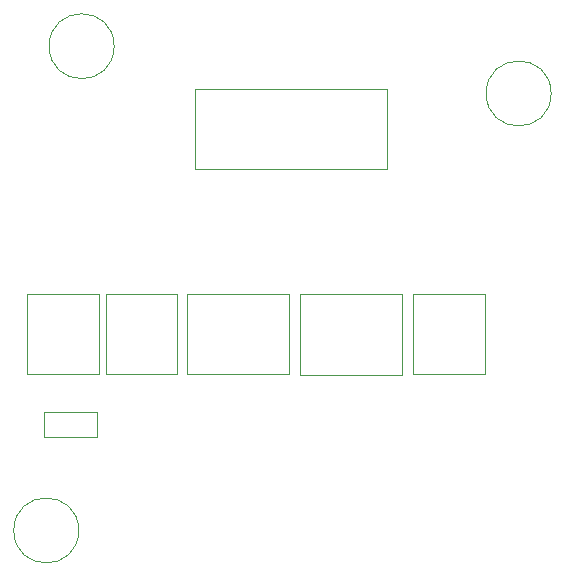
<source format=gbr>
G04 #@! TF.GenerationSoftware,KiCad,Pcbnew,7.0.9*
G04 #@! TF.CreationDate,2024-01-17T05:20:41+10:00*
G04 #@! TF.ProjectId,CONTROLLER_Radar Altimeter-V02,434f4e54-524f-44c4-9c45-525f52616461,1*
G04 #@! TF.SameCoordinates,Original*
G04 #@! TF.FileFunction,Other,User*
%FSLAX46Y46*%
G04 Gerber Fmt 4.6, Leading zero omitted, Abs format (unit mm)*
G04 Created by KiCad (PCBNEW 7.0.9) date 2024-01-17 05:20:41*
%MOMM*%
%LPD*%
G01*
G04 APERTURE LIST*
%ADD10C,0.050000*%
G04 APERTURE END LIST*
D10*
X37560000Y-50810000D02*
G75*
G03*
X37560000Y-50810000I-2750000J0D01*
G01*
X34560000Y-91810000D02*
G75*
G03*
X34560000Y-91810000I-2750000J0D01*
G01*
X74560000Y-54810000D02*
G75*
G03*
X74560000Y-54810000I-2750000J0D01*
G01*
X62890000Y-78590000D02*
X68970000Y-78590000D01*
X68970000Y-71790000D02*
X62890000Y-71790000D01*
X62890000Y-71790000D02*
X62890000Y-78590000D01*
X68970000Y-78590000D02*
X68970000Y-71790000D01*
X36300000Y-71790000D02*
X30220000Y-71790000D01*
X36300000Y-78590000D02*
X36300000Y-71790000D01*
X30220000Y-78590000D02*
X36300000Y-78590000D01*
X30220000Y-71790000D02*
X30220000Y-78590000D01*
X52370000Y-78590000D02*
X52370000Y-71790000D01*
X52370000Y-71790000D02*
X43750000Y-71790000D01*
X43750000Y-71790000D02*
X43750000Y-78590000D01*
X43750000Y-78590000D02*
X52370000Y-78590000D01*
X60630000Y-54410000D02*
X44390000Y-54410000D01*
X60630000Y-61210000D02*
X60630000Y-54410000D01*
X44390000Y-61210000D02*
X60630000Y-61210000D01*
X44390000Y-54410000D02*
X44390000Y-61210000D01*
X31610000Y-83860000D02*
X36150000Y-83860000D01*
X36150000Y-83860000D02*
X36150000Y-81760000D01*
X36150000Y-81760000D02*
X31610000Y-81760000D01*
X31610000Y-81760000D02*
X31610000Y-83860000D01*
X53300000Y-78610000D02*
X61920000Y-78610000D01*
X53300000Y-71810000D02*
X53300000Y-78610000D01*
X61920000Y-71810000D02*
X53300000Y-71810000D01*
X61920000Y-78610000D02*
X61920000Y-71810000D01*
X42920000Y-78590000D02*
X42920000Y-71790000D01*
X36840000Y-78590000D02*
X42920000Y-78590000D01*
X36840000Y-71790000D02*
X36840000Y-78590000D01*
X42920000Y-71790000D02*
X36840000Y-71790000D01*
M02*

</source>
